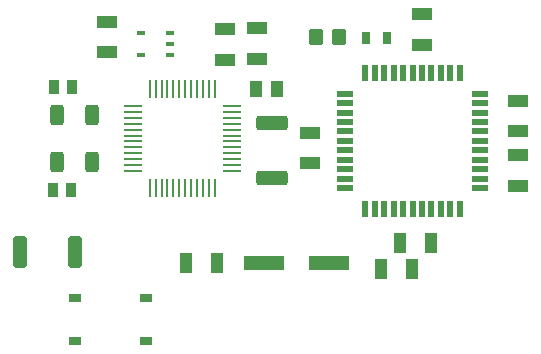
<source format=gbr>
%TF.GenerationSoftware,KiCad,Pcbnew,9.0.3*%
%TF.CreationDate,2025-07-20T22:32:55-06:00*%
%TF.ProjectId,bare_mega_1284,62617265-5f6d-4656-9761-5f313238342e,rev?*%
%TF.SameCoordinates,Original*%
%TF.FileFunction,Paste,Top*%
%TF.FilePolarity,Positive*%
%FSLAX46Y46*%
G04 Gerber Fmt 4.6, Leading zero omitted, Abs format (unit mm)*
G04 Created by KiCad (PCBNEW 9.0.3) date 2025-07-20 22:32:55*
%MOMM*%
%LPD*%
G01*
G04 APERTURE LIST*
G04 Aperture macros list*
%AMRoundRect*
0 Rectangle with rounded corners*
0 $1 Rounding radius*
0 $2 $3 $4 $5 $6 $7 $8 $9 X,Y pos of 4 corners*
0 Add a 4 corners polygon primitive as box body*
4,1,4,$2,$3,$4,$5,$6,$7,$8,$9,$2,$3,0*
0 Add four circle primitives for the rounded corners*
1,1,$1+$1,$2,$3*
1,1,$1+$1,$4,$5*
1,1,$1+$1,$6,$7*
1,1,$1+$1,$8,$9*
0 Add four rect primitives between the rounded corners*
20,1,$1+$1,$2,$3,$4,$5,0*
20,1,$1+$1,$4,$5,$6,$7,0*
20,1,$1+$1,$6,$7,$8,$9,0*
20,1,$1+$1,$8,$9,$2,$3,0*%
G04 Aperture macros list end*
%ADD10R,1.749196X1.102398*%
%ADD11R,0.812800X1.143000*%
%ADD12R,0.660400X0.990600*%
%ADD13R,1.102398X1.749196*%
%ADD14R,1.140000X1.470000*%
%ADD15RoundRect,0.250000X0.312500X0.625000X-0.312500X0.625000X-0.312500X-0.625000X0.312500X-0.625000X0*%
%ADD16R,0.280000X1.560000*%
%ADD17R,1.560000X0.280000*%
%ADD18R,0.800100X0.457200*%
%ADD19R,0.508000X1.473200*%
%ADD20R,1.473200X0.508000*%
%ADD21RoundRect,0.250000X1.075000X-0.362500X1.075000X0.362500X-1.075000X0.362500X-1.075000X-0.362500X0*%
%ADD22RoundRect,0.250000X-0.350000X-0.450000X0.350000X-0.450000X0.350000X0.450000X-0.350000X0.450000X0*%
%ADD23R,1.000000X0.700000*%
%ADD24R,3.500000X1.200000*%
%ADD25RoundRect,0.250000X-0.362500X-1.075000X0.362500X-1.075000X0.362500X1.075000X-0.362500X1.075000X0*%
G04 APERTURE END LIST*
D10*
%TO.C,C7*%
X138500000Y-89398802D03*
X138500000Y-92001198D03*
%TD*%
D11*
%TO.C,R1*%
X125449300Y-103000000D03*
X123950700Y-103000000D03*
%TD*%
D12*
%TO.C,LED1*%
X150473700Y-90100000D03*
X152226300Y-90100000D03*
%TD*%
D13*
%TO.C,C2*%
X155951198Y-107480000D03*
X153348802Y-107480000D03*
%TD*%
D10*
%TO.C,C4*%
X163300000Y-95448802D03*
X163300000Y-98051198D03*
%TD*%
%TO.C,C5*%
X163300000Y-102651198D03*
X163300000Y-100048802D03*
%TD*%
%TO.C,C1*%
X145750000Y-100751198D03*
X145750000Y-98148802D03*
%TD*%
%TO.C,C3*%
X155200000Y-88148802D03*
X155200000Y-90751198D03*
%TD*%
%TO.C,C6*%
X141200000Y-89298802D03*
X141200000Y-91901198D03*
%TD*%
%TO.C,C8*%
X128550000Y-88748802D03*
X128550000Y-91351198D03*
%TD*%
D14*
%TO.C,FL1*%
X142940000Y-94450000D03*
X141160000Y-94450000D03*
%TD*%
D11*
%TO.C,R2*%
X125549300Y-94300000D03*
X124050700Y-94300000D03*
%TD*%
D15*
%TO.C,R3*%
X124337500Y-96650000D03*
X127262500Y-96650000D03*
%TD*%
%TO.C,R4*%
X124337500Y-100650000D03*
X127262500Y-100650000D03*
%TD*%
D16*
%TO.C,U2*%
X132150000Y-94470000D03*
X132650000Y-94470000D03*
X133150000Y-94470000D03*
X133650000Y-94470000D03*
X134150000Y-94470000D03*
X134650000Y-94470000D03*
X135150000Y-94470000D03*
X135650000Y-94470000D03*
X136150000Y-94470000D03*
X136650000Y-94470000D03*
X137150000Y-94470000D03*
X137650000Y-94470000D03*
D17*
X139080000Y-95900000D03*
X139080000Y-96400000D03*
X139080000Y-96900000D03*
X139080000Y-97400000D03*
X139080000Y-97900000D03*
X139080000Y-98400000D03*
X139080000Y-98900000D03*
X139080000Y-99400000D03*
X139080000Y-99900000D03*
X139080000Y-100400000D03*
X139080000Y-100900000D03*
X139080000Y-101400000D03*
D16*
X137650000Y-102830000D03*
X137150000Y-102830000D03*
X136650000Y-102830000D03*
X136150000Y-102830000D03*
X135650000Y-102830000D03*
X135150000Y-102830000D03*
X134650000Y-102830000D03*
X134150000Y-102830000D03*
X133650000Y-102830000D03*
X133150000Y-102830000D03*
X132650000Y-102830000D03*
X132150000Y-102830000D03*
D17*
X130720000Y-101400000D03*
X130720000Y-100900000D03*
X130720000Y-100400000D03*
X130720000Y-99900000D03*
X130720000Y-99400000D03*
X130720000Y-98900000D03*
X130720000Y-98400000D03*
X130720000Y-97900000D03*
X130720000Y-97400000D03*
X130720000Y-96900000D03*
X130720000Y-96400000D03*
X130720000Y-95900000D03*
%TD*%
D18*
%TO.C,U3*%
X131399050Y-91600001D03*
X131399050Y-89699999D03*
X133900950Y-89699999D03*
X133900950Y-90650000D03*
X133900950Y-91600001D03*
%TD*%
D19*
%TO.C,U1*%
X150400000Y-93109600D03*
X151200001Y-93109600D03*
X152000000Y-93109600D03*
X152800001Y-93109600D03*
X153599999Y-93109600D03*
X154400000Y-93109600D03*
X155200001Y-93109600D03*
X155999999Y-93109600D03*
X156800000Y-93109600D03*
X157599999Y-93109600D03*
X158400000Y-93109600D03*
D20*
X160140400Y-94850000D03*
X160140400Y-95650001D03*
X160140400Y-96450000D03*
X160140400Y-97250001D03*
X160140400Y-98049999D03*
X160140400Y-98850000D03*
X160140400Y-99650001D03*
X160140400Y-100449999D03*
X160140400Y-101250000D03*
X160140400Y-102049999D03*
X160140400Y-102850000D03*
D19*
X158400000Y-104590400D03*
X157599999Y-104590400D03*
X156800000Y-104590400D03*
X155999999Y-104590400D03*
X155200001Y-104590400D03*
X154400000Y-104590400D03*
X153599999Y-104590400D03*
X152800001Y-104590400D03*
X152000000Y-104590400D03*
X151200001Y-104590400D03*
X150400000Y-104590400D03*
D20*
X148659600Y-102850000D03*
X148659600Y-102049999D03*
X148659600Y-101250000D03*
X148659600Y-100449999D03*
X148659600Y-99650001D03*
X148659600Y-98850000D03*
X148659600Y-98049999D03*
X148659600Y-97250001D03*
X148659600Y-96450000D03*
X148659600Y-95650001D03*
X148659600Y-94850000D03*
%TD*%
D21*
%TO.C,R5*%
X142500000Y-97375000D03*
X142500000Y-102000000D03*
%TD*%
D22*
%TO.C,R6*%
X148200000Y-90050000D03*
X146200000Y-90050000D03*
%TD*%
D23*
%TO.C,S1*%
X131800000Y-115830000D03*
X125800000Y-115830000D03*
X131800000Y-112130000D03*
X125800000Y-112130000D03*
%TD*%
D24*
%TO.C,Y1*%
X147300000Y-109230000D03*
X141800000Y-109230000D03*
%TD*%
D13*
%TO.C,C10*%
X154351198Y-109730000D03*
X151748802Y-109730000D03*
%TD*%
D25*
%TO.C,R7*%
X125800000Y-108230000D03*
X121175000Y-108230000D03*
%TD*%
D13*
%TO.C,C9*%
X135248802Y-109230000D03*
X137851198Y-109230000D03*
%TD*%
M02*

</source>
